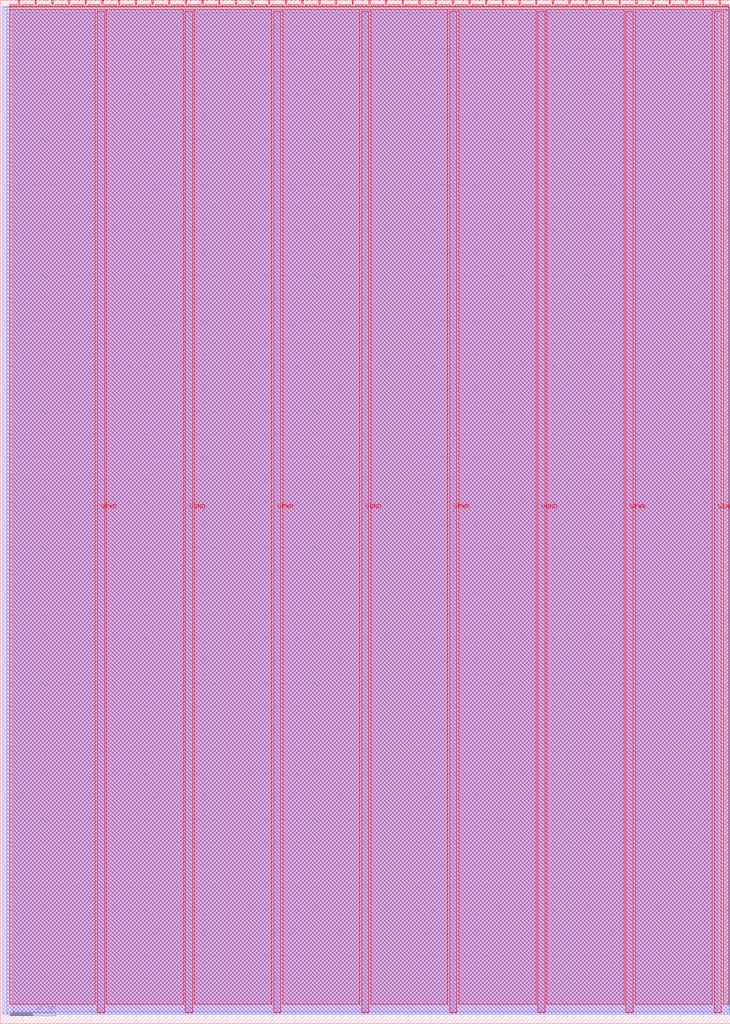
<source format=lef>
VERSION 5.7 ;
  NOWIREEXTENSIONATPIN ON ;
  DIVIDERCHAR "/" ;
  BUSBITCHARS "[]" ;
MACRO tt_um_couchand_cora16
  CLASS BLOCK ;
  FOREIGN tt_um_couchand_cora16 ;
  ORIGIN 0.000 0.000 ;
  SIZE 161.000 BY 225.760 ;
  PIN VGND
    DIRECTION INOUT ;
    USE GROUND ;
    PORT
      LAYER met4 ;
        RECT 40.830 2.480 42.430 223.280 ;
    END
    PORT
      LAYER met4 ;
        RECT 79.700 2.480 81.300 223.280 ;
    END
    PORT
      LAYER met4 ;
        RECT 118.570 2.480 120.170 223.280 ;
    END
    PORT
      LAYER met4 ;
        RECT 157.440 2.480 159.040 223.280 ;
    END
  END VGND
  PIN VPWR
    DIRECTION INOUT ;
    USE POWER ;
    PORT
      LAYER met4 ;
        RECT 21.395 2.480 22.995 223.280 ;
    END
    PORT
      LAYER met4 ;
        RECT 60.265 2.480 61.865 223.280 ;
    END
    PORT
      LAYER met4 ;
        RECT 99.135 2.480 100.735 223.280 ;
    END
    PORT
      LAYER met4 ;
        RECT 138.005 2.480 139.605 223.280 ;
    END
  END VPWR
  PIN clk
    DIRECTION INPUT ;
    USE SIGNAL ;
    ANTENNAGATEAREA 0.852000 ;
    PORT
      LAYER met4 ;
        RECT 154.870 224.760 155.170 225.760 ;
    END
  END clk
  PIN ena
    DIRECTION INPUT ;
    USE SIGNAL ;
    PORT
      LAYER met4 ;
        RECT 158.550 224.760 158.850 225.760 ;
    END
  END ena
  PIN rst_n
    DIRECTION INPUT ;
    USE SIGNAL ;
    ANTENNAGATEAREA 0.213000 ;
    PORT
      LAYER met4 ;
        RECT 151.190 224.760 151.490 225.760 ;
    END
  END rst_n
  PIN ui_in[0]
    DIRECTION INPUT ;
    USE SIGNAL ;
    ANTENNAGATEAREA 0.196500 ;
    PORT
      LAYER met4 ;
        RECT 147.510 224.760 147.810 225.760 ;
    END
  END ui_in[0]
  PIN ui_in[1]
    DIRECTION INPUT ;
    USE SIGNAL ;
    ANTENNAGATEAREA 0.126000 ;
    PORT
      LAYER met4 ;
        RECT 143.830 224.760 144.130 225.760 ;
    END
  END ui_in[1]
  PIN ui_in[2]
    DIRECTION INPUT ;
    USE SIGNAL ;
    ANTENNAGATEAREA 0.196500 ;
    PORT
      LAYER met4 ;
        RECT 140.150 224.760 140.450 225.760 ;
    END
  END ui_in[2]
  PIN ui_in[3]
    DIRECTION INPUT ;
    USE SIGNAL ;
    ANTENNAGATEAREA 0.196500 ;
    PORT
      LAYER met4 ;
        RECT 136.470 224.760 136.770 225.760 ;
    END
  END ui_in[3]
  PIN ui_in[4]
    DIRECTION INPUT ;
    USE SIGNAL ;
    ANTENNAGATEAREA 0.196500 ;
    PORT
      LAYER met4 ;
        RECT 132.790 224.760 133.090 225.760 ;
    END
  END ui_in[4]
  PIN ui_in[5]
    DIRECTION INPUT ;
    USE SIGNAL ;
    ANTENNAGATEAREA 0.196500 ;
    PORT
      LAYER met4 ;
        RECT 129.110 224.760 129.410 225.760 ;
    END
  END ui_in[5]
  PIN ui_in[6]
    DIRECTION INPUT ;
    USE SIGNAL ;
    ANTENNAGATEAREA 0.196500 ;
    PORT
      LAYER met4 ;
        RECT 125.430 224.760 125.730 225.760 ;
    END
  END ui_in[6]
  PIN ui_in[7]
    DIRECTION INPUT ;
    USE SIGNAL ;
    ANTENNAGATEAREA 0.196500 ;
    PORT
      LAYER met4 ;
        RECT 121.750 224.760 122.050 225.760 ;
    END
  END ui_in[7]
  PIN uio_in[0]
    DIRECTION INPUT ;
    USE SIGNAL ;
    PORT
      LAYER met4 ;
        RECT 118.070 224.760 118.370 225.760 ;
    END
  END uio_in[0]
  PIN uio_in[1]
    DIRECTION INPUT ;
    USE SIGNAL ;
    PORT
      LAYER met4 ;
        RECT 114.390 224.760 114.690 225.760 ;
    END
  END uio_in[1]
  PIN uio_in[2]
    DIRECTION INPUT ;
    USE SIGNAL ;
    PORT
      LAYER met4 ;
        RECT 110.710 224.760 111.010 225.760 ;
    END
  END uio_in[2]
  PIN uio_in[3]
    DIRECTION INPUT ;
    USE SIGNAL ;
    ANTENNAGATEAREA 0.196500 ;
    PORT
      LAYER met4 ;
        RECT 107.030 224.760 107.330 225.760 ;
    END
  END uio_in[3]
  PIN uio_in[4]
    DIRECTION INPUT ;
    USE SIGNAL ;
    ANTENNAGATEAREA 0.196500 ;
    PORT
      LAYER met4 ;
        RECT 103.350 224.760 103.650 225.760 ;
    END
  END uio_in[4]
  PIN uio_in[5]
    DIRECTION INPUT ;
    USE SIGNAL ;
    PORT
      LAYER met4 ;
        RECT 99.670 224.760 99.970 225.760 ;
    END
  END uio_in[5]
  PIN uio_in[6]
    DIRECTION INPUT ;
    USE SIGNAL ;
    PORT
      LAYER met4 ;
        RECT 95.990 224.760 96.290 225.760 ;
    END
  END uio_in[6]
  PIN uio_in[7]
    DIRECTION INPUT ;
    USE SIGNAL ;
    PORT
      LAYER met4 ;
        RECT 92.310 224.760 92.610 225.760 ;
    END
  END uio_in[7]
  PIN uio_oe[0]
    DIRECTION OUTPUT TRISTATE ;
    USE SIGNAL ;
    ANTENNADIFFAREA 0.795200 ;
    PORT
      LAYER met4 ;
        RECT 29.750 224.760 30.050 225.760 ;
    END
  END uio_oe[0]
  PIN uio_oe[1]
    DIRECTION OUTPUT TRISTATE ;
    USE SIGNAL ;
    ANTENNADIFFAREA 0.795200 ;
    PORT
      LAYER met4 ;
        RECT 26.070 224.760 26.370 225.760 ;
    END
  END uio_oe[1]
  PIN uio_oe[2]
    DIRECTION OUTPUT TRISTATE ;
    USE SIGNAL ;
    ANTENNADIFFAREA 0.795200 ;
    PORT
      LAYER met4 ;
        RECT 22.390 224.760 22.690 225.760 ;
    END
  END uio_oe[2]
  PIN uio_oe[3]
    DIRECTION OUTPUT TRISTATE ;
    USE SIGNAL ;
    PORT
      LAYER met4 ;
        RECT 18.710 224.760 19.010 225.760 ;
    END
  END uio_oe[3]
  PIN uio_oe[4]
    DIRECTION OUTPUT TRISTATE ;
    USE SIGNAL ;
    PORT
      LAYER met4 ;
        RECT 15.030 224.760 15.330 225.760 ;
    END
  END uio_oe[4]
  PIN uio_oe[5]
    DIRECTION OUTPUT TRISTATE ;
    USE SIGNAL ;
    PORT
      LAYER met4 ;
        RECT 11.350 224.760 11.650 225.760 ;
    END
  END uio_oe[5]
  PIN uio_oe[6]
    DIRECTION OUTPUT TRISTATE ;
    USE SIGNAL ;
    PORT
      LAYER met4 ;
        RECT 7.670 224.760 7.970 225.760 ;
    END
  END uio_oe[6]
  PIN uio_oe[7]
    DIRECTION OUTPUT TRISTATE ;
    USE SIGNAL ;
    PORT
      LAYER met4 ;
        RECT 3.990 224.760 4.290 225.760 ;
    END
  END uio_oe[7]
  PIN uio_out[0]
    DIRECTION OUTPUT TRISTATE ;
    USE SIGNAL ;
    ANTENNADIFFAREA 0.795200 ;
    PORT
      LAYER met4 ;
        RECT 59.190 224.760 59.490 225.760 ;
    END
  END uio_out[0]
  PIN uio_out[1]
    DIRECTION OUTPUT TRISTATE ;
    USE SIGNAL ;
    ANTENNADIFFAREA 0.795200 ;
    PORT
      LAYER met4 ;
        RECT 55.510 224.760 55.810 225.760 ;
    END
  END uio_out[1]
  PIN uio_out[2]
    DIRECTION OUTPUT TRISTATE ;
    USE SIGNAL ;
    ANTENNADIFFAREA 0.445500 ;
    PORT
      LAYER met4 ;
        RECT 51.830 224.760 52.130 225.760 ;
    END
  END uio_out[2]
  PIN uio_out[3]
    DIRECTION OUTPUT TRISTATE ;
    USE SIGNAL ;
    PORT
      LAYER met4 ;
        RECT 48.150 224.760 48.450 225.760 ;
    END
  END uio_out[3]
  PIN uio_out[4]
    DIRECTION OUTPUT TRISTATE ;
    USE SIGNAL ;
    PORT
      LAYER met4 ;
        RECT 44.470 224.760 44.770 225.760 ;
    END
  END uio_out[4]
  PIN uio_out[5]
    DIRECTION OUTPUT TRISTATE ;
    USE SIGNAL ;
    ANTENNADIFFAREA 1.336500 ;
    PORT
      LAYER met4 ;
        RECT 40.790 224.760 41.090 225.760 ;
    END
  END uio_out[5]
  PIN uio_out[6]
    DIRECTION OUTPUT TRISTATE ;
    USE SIGNAL ;
    ANTENNADIFFAREA 1.782000 ;
    PORT
      LAYER met4 ;
        RECT 37.110 224.760 37.410 225.760 ;
    END
  END uio_out[6]
  PIN uio_out[7]
    DIRECTION OUTPUT TRISTATE ;
    USE SIGNAL ;
    ANTENNADIFFAREA 1.782000 ;
    PORT
      LAYER met4 ;
        RECT 33.430 224.760 33.730 225.760 ;
    END
  END uio_out[7]
  PIN uo_out[0]
    DIRECTION OUTPUT TRISTATE ;
    USE SIGNAL ;
    ANTENNAGATEAREA 0.247500 ;
    ANTENNADIFFAREA 0.445500 ;
    PORT
      LAYER met4 ;
        RECT 88.630 224.760 88.930 225.760 ;
    END
  END uo_out[0]
  PIN uo_out[1]
    DIRECTION OUTPUT TRISTATE ;
    USE SIGNAL ;
    ANTENNAGATEAREA 0.247500 ;
    ANTENNADIFFAREA 0.891000 ;
    PORT
      LAYER met4 ;
        RECT 84.950 224.760 85.250 225.760 ;
    END
  END uo_out[1]
  PIN uo_out[2]
    DIRECTION OUTPUT TRISTATE ;
    USE SIGNAL ;
    ANTENNAGATEAREA 0.247500 ;
    ANTENNADIFFAREA 0.891000 ;
    PORT
      LAYER met4 ;
        RECT 81.270 224.760 81.570 225.760 ;
    END
  END uo_out[2]
  PIN uo_out[3]
    DIRECTION OUTPUT TRISTATE ;
    USE SIGNAL ;
    ANTENNAGATEAREA 0.126000 ;
    ANTENNADIFFAREA 0.891000 ;
    PORT
      LAYER met4 ;
        RECT 77.590 224.760 77.890 225.760 ;
    END
  END uo_out[3]
  PIN uo_out[4]
    DIRECTION OUTPUT TRISTATE ;
    USE SIGNAL ;
    ANTENNAGATEAREA 0.247500 ;
    ANTENNADIFFAREA 0.891000 ;
    PORT
      LAYER met4 ;
        RECT 73.910 224.760 74.210 225.760 ;
    END
  END uo_out[4]
  PIN uo_out[5]
    DIRECTION OUTPUT TRISTATE ;
    USE SIGNAL ;
    ANTENNAGATEAREA 0.247500 ;
    ANTENNADIFFAREA 0.891000 ;
    PORT
      LAYER met4 ;
        RECT 70.230 224.760 70.530 225.760 ;
    END
  END uo_out[5]
  PIN uo_out[6]
    DIRECTION OUTPUT TRISTATE ;
    USE SIGNAL ;
    ANTENNAGATEAREA 0.126000 ;
    ANTENNADIFFAREA 0.891000 ;
    PORT
      LAYER met4 ;
        RECT 66.550 224.760 66.850 225.760 ;
    END
  END uo_out[6]
  PIN uo_out[7]
    DIRECTION OUTPUT TRISTATE ;
    USE SIGNAL ;
    ANTENNAGATEAREA 0.247500 ;
    ANTENNADIFFAREA 0.891000 ;
    PORT
      LAYER met4 ;
        RECT 62.870 224.760 63.170 225.760 ;
    END
  END uo_out[7]
  OBS
      LAYER li1 ;
        RECT 2.760 2.635 158.240 223.125 ;
      LAYER met1 ;
        RECT 1.450 2.080 160.930 223.680 ;
      LAYER met2 ;
        RECT 0.550 2.050 160.900 224.245 ;
      LAYER met3 ;
        RECT 0.525 2.555 160.730 224.225 ;
      LAYER met4 ;
        RECT 2.135 224.360 3.590 224.760 ;
        RECT 4.690 224.360 7.270 224.760 ;
        RECT 8.370 224.360 10.950 224.760 ;
        RECT 12.050 224.360 14.630 224.760 ;
        RECT 15.730 224.360 18.310 224.760 ;
        RECT 19.410 224.360 21.990 224.760 ;
        RECT 23.090 224.360 25.670 224.760 ;
        RECT 26.770 224.360 29.350 224.760 ;
        RECT 30.450 224.360 33.030 224.760 ;
        RECT 34.130 224.360 36.710 224.760 ;
        RECT 37.810 224.360 40.390 224.760 ;
        RECT 41.490 224.360 44.070 224.760 ;
        RECT 45.170 224.360 47.750 224.760 ;
        RECT 48.850 224.360 51.430 224.760 ;
        RECT 52.530 224.360 55.110 224.760 ;
        RECT 56.210 224.360 58.790 224.760 ;
        RECT 59.890 224.360 62.470 224.760 ;
        RECT 63.570 224.360 66.150 224.760 ;
        RECT 67.250 224.360 69.830 224.760 ;
        RECT 70.930 224.360 73.510 224.760 ;
        RECT 74.610 224.360 77.190 224.760 ;
        RECT 78.290 224.360 80.870 224.760 ;
        RECT 81.970 224.360 84.550 224.760 ;
        RECT 85.650 224.360 88.230 224.760 ;
        RECT 89.330 224.360 91.910 224.760 ;
        RECT 93.010 224.360 95.590 224.760 ;
        RECT 96.690 224.360 99.270 224.760 ;
        RECT 100.370 224.360 102.950 224.760 ;
        RECT 104.050 224.360 106.630 224.760 ;
        RECT 107.730 224.360 110.310 224.760 ;
        RECT 111.410 224.360 113.990 224.760 ;
        RECT 115.090 224.360 117.670 224.760 ;
        RECT 118.770 224.360 121.350 224.760 ;
        RECT 122.450 224.360 125.030 224.760 ;
        RECT 126.130 224.360 128.710 224.760 ;
        RECT 129.810 224.360 132.390 224.760 ;
        RECT 133.490 224.360 136.070 224.760 ;
        RECT 137.170 224.360 139.750 224.760 ;
        RECT 140.850 224.360 143.430 224.760 ;
        RECT 144.530 224.360 147.110 224.760 ;
        RECT 148.210 224.360 150.790 224.760 ;
        RECT 151.890 224.360 154.470 224.760 ;
        RECT 155.570 224.360 158.150 224.760 ;
        RECT 159.250 224.360 160.705 224.760 ;
        RECT 2.135 223.680 160.705 224.360 ;
        RECT 2.135 4.255 20.995 223.680 ;
        RECT 23.395 4.255 40.430 223.680 ;
        RECT 42.830 4.255 59.865 223.680 ;
        RECT 62.265 4.255 79.300 223.680 ;
        RECT 81.700 4.255 98.735 223.680 ;
        RECT 101.135 4.255 118.170 223.680 ;
        RECT 120.570 4.255 137.605 223.680 ;
        RECT 140.005 4.255 157.040 223.680 ;
        RECT 159.440 4.255 160.705 223.680 ;
  END
END tt_um_couchand_cora16
END LIBRARY


</source>
